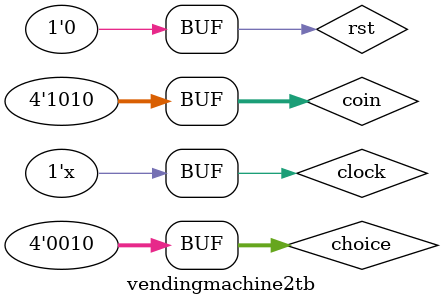
<source format=v>
module vendingmachine2(a,b,c,choice,coin,clock,rst);
output reg a,b,c ;
input [3:0] choice;
input [3:0] coin ;
input clock,rst ;
parameter get_a=4'd0 , get_b=4'd1 , get_c=4'd2 , q1=4'd3 , q2=4'd4 , d1=4'd5 , n1=4'd6 , do1=4'd7 , do2=4'd8 , q3=4'd9 , q4=4'd10 , wrongchoice=4'd11;
reg [3:0] present, next;

always @(choice)
begin
  case(choice)
    get_a: present=get_a;
    get_b: present=get_b;
    get_c: present=get_c;
    default: present=wrongchoice;
  endcase
end

always @ (*)
begin
a=1'b0;
b=1'b0;
c=1'b0;
 if(choice == get_a)
    begin
    a=1'b0;
    case(present)
		get_a :next<= coin ? q1 : get_a ;
		q1    :next<=  coin ? q2: get_a ;
		q2    :next<= coin  ? d1 : get_a ;
		d1    :next<= coin ? n1 :  get_a ;
		n1: begin
				a=1'b1;
				next<=choice ;
			  end
		default : begin
		          next<=4'bxxxx;
		          end
         endcase
    end

else if(choice == get_b)
    begin b=1'b0;
         if(coin == do1)
		        begin
		        b=1'b1;
         			next<=choice ;
		        end
    end
    
else if(choice == get_c)
    begin
    c=1'b0;
    case(present)
		get_c : next<= coin ? do2 : get_c ;
		do2    : next<=  coin ? q3: get_c ;
		q3    : next<= coin  ? q4 : get_c ;
		q4    : begin
				c=1'b1;
				next<=choice;
			 end
		default : begin
		          next<=4'bxxxx;
		          end
         endcase
    end
 else
       begin
           next<=wrongchoice;
       end
end

always @ (posedge clock)
begin 
 if(rst == 1)
    present=0;
 else
    present=next;
end
endmodule

module vendingmachine2tb();
wire a,b,c ;
reg [3:0] choice , coin ;
reg clock, rst;

vendingmachine2 vm2(a,b,c,choice,coin,clock,rst);


initial
begin
clock=0;
rst=1;
#20 rst=0;
end

always
#10 clock=~clock ;

initial
begin
  choice=4'd0;
 #20 coin=4'd3;
 #20 coin=4'd4;
 #20 coin=4'd5;
 #20 coin=4'd6;

 #30 choice=4'd1;
 #20 coin=4'd7;

 #20 choice=4'd2;
 #20 coin=4'd8;
 #20 coin=4'd9;
 #20 coin=4'd10;
end
endmodule
</source>
